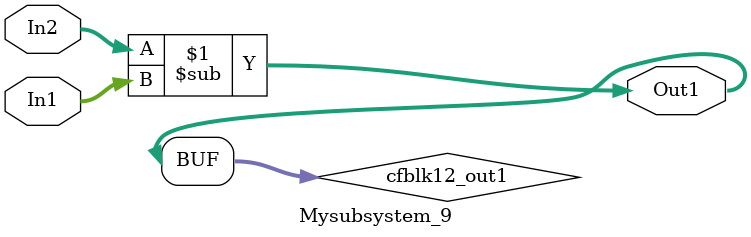
<source format=v>



`timescale 1 ns / 1 ns

module Mysubsystem_9
          (In1,
           In2,
           Out1);


  input   [7:0] In1;  // uint8
  input   [7:0] In2;  // uint8
  output  [7:0] Out1;  // uint8


  wire [7:0] cfblk12_out1;  // uint8


  assign cfblk12_out1 = In2 - In1;



  assign Out1 = cfblk12_out1;

endmodule  // Mysubsystem_9


</source>
